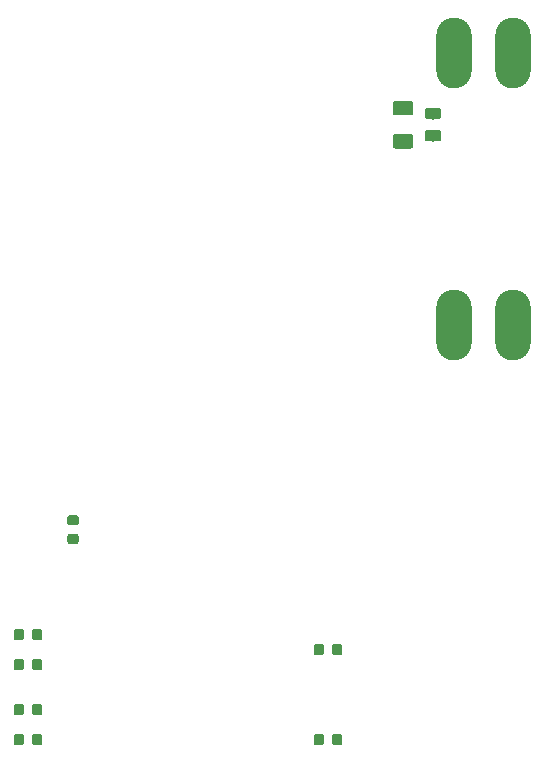
<source format=gbr>
G04 #@! TF.GenerationSoftware,KiCad,Pcbnew,(5.1.2)-1*
G04 #@! TF.CreationDate,2020-04-13T00:24:57+02:00*
G04 #@! TF.ProjectId,Plasma-PSU_PCB-B_Flyback-HV,506c6173-6d61-42d5-9053-555f5043422d,0.0.1*
G04 #@! TF.SameCoordinates,Original*
G04 #@! TF.FileFunction,Paste,Top*
G04 #@! TF.FilePolarity,Positive*
%FSLAX46Y46*%
G04 Gerber Fmt 4.6, Leading zero omitted, Abs format (unit mm)*
G04 Created by KiCad (PCBNEW (5.1.2)-1) date 2020-04-13 00:24:57*
%MOMM*%
%LPD*%
G04 APERTURE LIST*
%ADD10C,0.100000*%
%ADD11C,1.250000*%
%ADD12C,0.975000*%
%ADD13C,0.875000*%
%ADD14O,3.000000X6.000000*%
G04 APERTURE END LIST*
D10*
G36*
X90819504Y-80526204D02*
G01*
X90843773Y-80529804D01*
X90867571Y-80535765D01*
X90890671Y-80544030D01*
X90912849Y-80554520D01*
X90933893Y-80567133D01*
X90953598Y-80581747D01*
X90971777Y-80598223D01*
X90988253Y-80616402D01*
X91002867Y-80636107D01*
X91015480Y-80657151D01*
X91025970Y-80679329D01*
X91034235Y-80702429D01*
X91040196Y-80726227D01*
X91043796Y-80750496D01*
X91045000Y-80775000D01*
X91045000Y-81525000D01*
X91043796Y-81549504D01*
X91040196Y-81573773D01*
X91034235Y-81597571D01*
X91025970Y-81620671D01*
X91015480Y-81642849D01*
X91002867Y-81663893D01*
X90988253Y-81683598D01*
X90971777Y-81701777D01*
X90953598Y-81718253D01*
X90933893Y-81732867D01*
X90912849Y-81745480D01*
X90890671Y-81755970D01*
X90867571Y-81764235D01*
X90843773Y-81770196D01*
X90819504Y-81773796D01*
X90795000Y-81775000D01*
X89545000Y-81775000D01*
X89520496Y-81773796D01*
X89496227Y-81770196D01*
X89472429Y-81764235D01*
X89449329Y-81755970D01*
X89427151Y-81745480D01*
X89406107Y-81732867D01*
X89386402Y-81718253D01*
X89368223Y-81701777D01*
X89351747Y-81683598D01*
X89337133Y-81663893D01*
X89324520Y-81642849D01*
X89314030Y-81620671D01*
X89305765Y-81597571D01*
X89299804Y-81573773D01*
X89296204Y-81549504D01*
X89295000Y-81525000D01*
X89295000Y-80775000D01*
X89296204Y-80750496D01*
X89299804Y-80726227D01*
X89305765Y-80702429D01*
X89314030Y-80679329D01*
X89324520Y-80657151D01*
X89337133Y-80636107D01*
X89351747Y-80616402D01*
X89368223Y-80598223D01*
X89386402Y-80581747D01*
X89406107Y-80567133D01*
X89427151Y-80554520D01*
X89449329Y-80544030D01*
X89472429Y-80535765D01*
X89496227Y-80529804D01*
X89520496Y-80526204D01*
X89545000Y-80525000D01*
X90795000Y-80525000D01*
X90819504Y-80526204D01*
X90819504Y-80526204D01*
G37*
D11*
X90170000Y-81150000D03*
D10*
G36*
X90819504Y-83326204D02*
G01*
X90843773Y-83329804D01*
X90867571Y-83335765D01*
X90890671Y-83344030D01*
X90912849Y-83354520D01*
X90933893Y-83367133D01*
X90953598Y-83381747D01*
X90971777Y-83398223D01*
X90988253Y-83416402D01*
X91002867Y-83436107D01*
X91015480Y-83457151D01*
X91025970Y-83479329D01*
X91034235Y-83502429D01*
X91040196Y-83526227D01*
X91043796Y-83550496D01*
X91045000Y-83575000D01*
X91045000Y-84325000D01*
X91043796Y-84349504D01*
X91040196Y-84373773D01*
X91034235Y-84397571D01*
X91025970Y-84420671D01*
X91015480Y-84442849D01*
X91002867Y-84463893D01*
X90988253Y-84483598D01*
X90971777Y-84501777D01*
X90953598Y-84518253D01*
X90933893Y-84532867D01*
X90912849Y-84545480D01*
X90890671Y-84555970D01*
X90867571Y-84564235D01*
X90843773Y-84570196D01*
X90819504Y-84573796D01*
X90795000Y-84575000D01*
X89545000Y-84575000D01*
X89520496Y-84573796D01*
X89496227Y-84570196D01*
X89472429Y-84564235D01*
X89449329Y-84555970D01*
X89427151Y-84545480D01*
X89406107Y-84532867D01*
X89386402Y-84518253D01*
X89368223Y-84501777D01*
X89351747Y-84483598D01*
X89337133Y-84463893D01*
X89324520Y-84442849D01*
X89314030Y-84420671D01*
X89305765Y-84397571D01*
X89299804Y-84373773D01*
X89296204Y-84349504D01*
X89295000Y-84325000D01*
X89295000Y-83575000D01*
X89296204Y-83550496D01*
X89299804Y-83526227D01*
X89305765Y-83502429D01*
X89314030Y-83479329D01*
X89324520Y-83457151D01*
X89337133Y-83436107D01*
X89351747Y-83416402D01*
X89368223Y-83398223D01*
X89386402Y-83381747D01*
X89406107Y-83367133D01*
X89427151Y-83354520D01*
X89449329Y-83344030D01*
X89472429Y-83335765D01*
X89496227Y-83329804D01*
X89520496Y-83326204D01*
X89545000Y-83325000D01*
X90795000Y-83325000D01*
X90819504Y-83326204D01*
X90819504Y-83326204D01*
G37*
D11*
X90170000Y-83950000D03*
D10*
G36*
X93190142Y-81126174D02*
G01*
X93213803Y-81129684D01*
X93237007Y-81135496D01*
X93259529Y-81143554D01*
X93281153Y-81153782D01*
X93301670Y-81166079D01*
X93320883Y-81180329D01*
X93338607Y-81196393D01*
X93354671Y-81214117D01*
X93368921Y-81233330D01*
X93381218Y-81253847D01*
X93391446Y-81275471D01*
X93399504Y-81297993D01*
X93405316Y-81321197D01*
X93408826Y-81344858D01*
X93410000Y-81368750D01*
X93410000Y-81856250D01*
X93408826Y-81880142D01*
X93405316Y-81903803D01*
X93399504Y-81927007D01*
X93391446Y-81949529D01*
X93381218Y-81971153D01*
X93368921Y-81991670D01*
X93354671Y-82010883D01*
X93338607Y-82028607D01*
X93320883Y-82044671D01*
X93301670Y-82058921D01*
X93281153Y-82071218D01*
X93259529Y-82081446D01*
X93237007Y-82089504D01*
X93213803Y-82095316D01*
X93190142Y-82098826D01*
X93166250Y-82100000D01*
X92253750Y-82100000D01*
X92229858Y-82098826D01*
X92206197Y-82095316D01*
X92182993Y-82089504D01*
X92160471Y-82081446D01*
X92138847Y-82071218D01*
X92118330Y-82058921D01*
X92099117Y-82044671D01*
X92081393Y-82028607D01*
X92065329Y-82010883D01*
X92051079Y-81991670D01*
X92038782Y-81971153D01*
X92028554Y-81949529D01*
X92020496Y-81927007D01*
X92014684Y-81903803D01*
X92011174Y-81880142D01*
X92010000Y-81856250D01*
X92010000Y-81368750D01*
X92011174Y-81344858D01*
X92014684Y-81321197D01*
X92020496Y-81297993D01*
X92028554Y-81275471D01*
X92038782Y-81253847D01*
X92051079Y-81233330D01*
X92065329Y-81214117D01*
X92081393Y-81196393D01*
X92099117Y-81180329D01*
X92118330Y-81166079D01*
X92138847Y-81153782D01*
X92160471Y-81143554D01*
X92182993Y-81135496D01*
X92206197Y-81129684D01*
X92229858Y-81126174D01*
X92253750Y-81125000D01*
X93166250Y-81125000D01*
X93190142Y-81126174D01*
X93190142Y-81126174D01*
G37*
D12*
X92710000Y-81612500D03*
D10*
G36*
X93190142Y-83001174D02*
G01*
X93213803Y-83004684D01*
X93237007Y-83010496D01*
X93259529Y-83018554D01*
X93281153Y-83028782D01*
X93301670Y-83041079D01*
X93320883Y-83055329D01*
X93338607Y-83071393D01*
X93354671Y-83089117D01*
X93368921Y-83108330D01*
X93381218Y-83128847D01*
X93391446Y-83150471D01*
X93399504Y-83172993D01*
X93405316Y-83196197D01*
X93408826Y-83219858D01*
X93410000Y-83243750D01*
X93410000Y-83731250D01*
X93408826Y-83755142D01*
X93405316Y-83778803D01*
X93399504Y-83802007D01*
X93391446Y-83824529D01*
X93381218Y-83846153D01*
X93368921Y-83866670D01*
X93354671Y-83885883D01*
X93338607Y-83903607D01*
X93320883Y-83919671D01*
X93301670Y-83933921D01*
X93281153Y-83946218D01*
X93259529Y-83956446D01*
X93237007Y-83964504D01*
X93213803Y-83970316D01*
X93190142Y-83973826D01*
X93166250Y-83975000D01*
X92253750Y-83975000D01*
X92229858Y-83973826D01*
X92206197Y-83970316D01*
X92182993Y-83964504D01*
X92160471Y-83956446D01*
X92138847Y-83946218D01*
X92118330Y-83933921D01*
X92099117Y-83919671D01*
X92081393Y-83903607D01*
X92065329Y-83885883D01*
X92051079Y-83866670D01*
X92038782Y-83846153D01*
X92028554Y-83824529D01*
X92020496Y-83802007D01*
X92014684Y-83778803D01*
X92011174Y-83755142D01*
X92010000Y-83731250D01*
X92010000Y-83243750D01*
X92011174Y-83219858D01*
X92014684Y-83196197D01*
X92020496Y-83172993D01*
X92028554Y-83150471D01*
X92038782Y-83128847D01*
X92051079Y-83108330D01*
X92065329Y-83089117D01*
X92081393Y-83071393D01*
X92099117Y-83055329D01*
X92118330Y-83041079D01*
X92138847Y-83028782D01*
X92160471Y-83018554D01*
X92182993Y-83010496D01*
X92206197Y-83004684D01*
X92229858Y-83001174D01*
X92253750Y-83000000D01*
X93166250Y-83000000D01*
X93190142Y-83001174D01*
X93190142Y-83001174D01*
G37*
D12*
X92710000Y-83487500D03*
D10*
G36*
X59447691Y-127796053D02*
G01*
X59468926Y-127799203D01*
X59489750Y-127804419D01*
X59509962Y-127811651D01*
X59529368Y-127820830D01*
X59547781Y-127831866D01*
X59565024Y-127844654D01*
X59580930Y-127859070D01*
X59595346Y-127874976D01*
X59608134Y-127892219D01*
X59619170Y-127910632D01*
X59628349Y-127930038D01*
X59635581Y-127950250D01*
X59640797Y-127971074D01*
X59643947Y-127992309D01*
X59645000Y-128013750D01*
X59645000Y-128526250D01*
X59643947Y-128547691D01*
X59640797Y-128568926D01*
X59635581Y-128589750D01*
X59628349Y-128609962D01*
X59619170Y-128629368D01*
X59608134Y-128647781D01*
X59595346Y-128665024D01*
X59580930Y-128680930D01*
X59565024Y-128695346D01*
X59547781Y-128708134D01*
X59529368Y-128719170D01*
X59509962Y-128728349D01*
X59489750Y-128735581D01*
X59468926Y-128740797D01*
X59447691Y-128743947D01*
X59426250Y-128745000D01*
X58988750Y-128745000D01*
X58967309Y-128743947D01*
X58946074Y-128740797D01*
X58925250Y-128735581D01*
X58905038Y-128728349D01*
X58885632Y-128719170D01*
X58867219Y-128708134D01*
X58849976Y-128695346D01*
X58834070Y-128680930D01*
X58819654Y-128665024D01*
X58806866Y-128647781D01*
X58795830Y-128629368D01*
X58786651Y-128609962D01*
X58779419Y-128589750D01*
X58774203Y-128568926D01*
X58771053Y-128547691D01*
X58770000Y-128526250D01*
X58770000Y-128013750D01*
X58771053Y-127992309D01*
X58774203Y-127971074D01*
X58779419Y-127950250D01*
X58786651Y-127930038D01*
X58795830Y-127910632D01*
X58806866Y-127892219D01*
X58819654Y-127874976D01*
X58834070Y-127859070D01*
X58849976Y-127844654D01*
X58867219Y-127831866D01*
X58885632Y-127820830D01*
X58905038Y-127811651D01*
X58925250Y-127804419D01*
X58946074Y-127799203D01*
X58967309Y-127796053D01*
X58988750Y-127795000D01*
X59426250Y-127795000D01*
X59447691Y-127796053D01*
X59447691Y-127796053D01*
G37*
D13*
X59207500Y-128270000D03*
D10*
G36*
X57872691Y-127796053D02*
G01*
X57893926Y-127799203D01*
X57914750Y-127804419D01*
X57934962Y-127811651D01*
X57954368Y-127820830D01*
X57972781Y-127831866D01*
X57990024Y-127844654D01*
X58005930Y-127859070D01*
X58020346Y-127874976D01*
X58033134Y-127892219D01*
X58044170Y-127910632D01*
X58053349Y-127930038D01*
X58060581Y-127950250D01*
X58065797Y-127971074D01*
X58068947Y-127992309D01*
X58070000Y-128013750D01*
X58070000Y-128526250D01*
X58068947Y-128547691D01*
X58065797Y-128568926D01*
X58060581Y-128589750D01*
X58053349Y-128609962D01*
X58044170Y-128629368D01*
X58033134Y-128647781D01*
X58020346Y-128665024D01*
X58005930Y-128680930D01*
X57990024Y-128695346D01*
X57972781Y-128708134D01*
X57954368Y-128719170D01*
X57934962Y-128728349D01*
X57914750Y-128735581D01*
X57893926Y-128740797D01*
X57872691Y-128743947D01*
X57851250Y-128745000D01*
X57413750Y-128745000D01*
X57392309Y-128743947D01*
X57371074Y-128740797D01*
X57350250Y-128735581D01*
X57330038Y-128728349D01*
X57310632Y-128719170D01*
X57292219Y-128708134D01*
X57274976Y-128695346D01*
X57259070Y-128680930D01*
X57244654Y-128665024D01*
X57231866Y-128647781D01*
X57220830Y-128629368D01*
X57211651Y-128609962D01*
X57204419Y-128589750D01*
X57199203Y-128568926D01*
X57196053Y-128547691D01*
X57195000Y-128526250D01*
X57195000Y-128013750D01*
X57196053Y-127992309D01*
X57199203Y-127971074D01*
X57204419Y-127950250D01*
X57211651Y-127930038D01*
X57220830Y-127910632D01*
X57231866Y-127892219D01*
X57244654Y-127874976D01*
X57259070Y-127859070D01*
X57274976Y-127844654D01*
X57292219Y-127831866D01*
X57310632Y-127820830D01*
X57330038Y-127811651D01*
X57350250Y-127804419D01*
X57371074Y-127799203D01*
X57392309Y-127796053D01*
X57413750Y-127795000D01*
X57851250Y-127795000D01*
X57872691Y-127796053D01*
X57872691Y-127796053D01*
G37*
D13*
X57632500Y-128270000D03*
D10*
G36*
X57872691Y-131606053D02*
G01*
X57893926Y-131609203D01*
X57914750Y-131614419D01*
X57934962Y-131621651D01*
X57954368Y-131630830D01*
X57972781Y-131641866D01*
X57990024Y-131654654D01*
X58005930Y-131669070D01*
X58020346Y-131684976D01*
X58033134Y-131702219D01*
X58044170Y-131720632D01*
X58053349Y-131740038D01*
X58060581Y-131760250D01*
X58065797Y-131781074D01*
X58068947Y-131802309D01*
X58070000Y-131823750D01*
X58070000Y-132336250D01*
X58068947Y-132357691D01*
X58065797Y-132378926D01*
X58060581Y-132399750D01*
X58053349Y-132419962D01*
X58044170Y-132439368D01*
X58033134Y-132457781D01*
X58020346Y-132475024D01*
X58005930Y-132490930D01*
X57990024Y-132505346D01*
X57972781Y-132518134D01*
X57954368Y-132529170D01*
X57934962Y-132538349D01*
X57914750Y-132545581D01*
X57893926Y-132550797D01*
X57872691Y-132553947D01*
X57851250Y-132555000D01*
X57413750Y-132555000D01*
X57392309Y-132553947D01*
X57371074Y-132550797D01*
X57350250Y-132545581D01*
X57330038Y-132538349D01*
X57310632Y-132529170D01*
X57292219Y-132518134D01*
X57274976Y-132505346D01*
X57259070Y-132490930D01*
X57244654Y-132475024D01*
X57231866Y-132457781D01*
X57220830Y-132439368D01*
X57211651Y-132419962D01*
X57204419Y-132399750D01*
X57199203Y-132378926D01*
X57196053Y-132357691D01*
X57195000Y-132336250D01*
X57195000Y-131823750D01*
X57196053Y-131802309D01*
X57199203Y-131781074D01*
X57204419Y-131760250D01*
X57211651Y-131740038D01*
X57220830Y-131720632D01*
X57231866Y-131702219D01*
X57244654Y-131684976D01*
X57259070Y-131669070D01*
X57274976Y-131654654D01*
X57292219Y-131641866D01*
X57310632Y-131630830D01*
X57330038Y-131621651D01*
X57350250Y-131614419D01*
X57371074Y-131609203D01*
X57392309Y-131606053D01*
X57413750Y-131605000D01*
X57851250Y-131605000D01*
X57872691Y-131606053D01*
X57872691Y-131606053D01*
G37*
D13*
X57632500Y-132080000D03*
D10*
G36*
X59447691Y-131606053D02*
G01*
X59468926Y-131609203D01*
X59489750Y-131614419D01*
X59509962Y-131621651D01*
X59529368Y-131630830D01*
X59547781Y-131641866D01*
X59565024Y-131654654D01*
X59580930Y-131669070D01*
X59595346Y-131684976D01*
X59608134Y-131702219D01*
X59619170Y-131720632D01*
X59628349Y-131740038D01*
X59635581Y-131760250D01*
X59640797Y-131781074D01*
X59643947Y-131802309D01*
X59645000Y-131823750D01*
X59645000Y-132336250D01*
X59643947Y-132357691D01*
X59640797Y-132378926D01*
X59635581Y-132399750D01*
X59628349Y-132419962D01*
X59619170Y-132439368D01*
X59608134Y-132457781D01*
X59595346Y-132475024D01*
X59580930Y-132490930D01*
X59565024Y-132505346D01*
X59547781Y-132518134D01*
X59529368Y-132529170D01*
X59509962Y-132538349D01*
X59489750Y-132545581D01*
X59468926Y-132550797D01*
X59447691Y-132553947D01*
X59426250Y-132555000D01*
X58988750Y-132555000D01*
X58967309Y-132553947D01*
X58946074Y-132550797D01*
X58925250Y-132545581D01*
X58905038Y-132538349D01*
X58885632Y-132529170D01*
X58867219Y-132518134D01*
X58849976Y-132505346D01*
X58834070Y-132490930D01*
X58819654Y-132475024D01*
X58806866Y-132457781D01*
X58795830Y-132439368D01*
X58786651Y-132419962D01*
X58779419Y-132399750D01*
X58774203Y-132378926D01*
X58771053Y-132357691D01*
X58770000Y-132336250D01*
X58770000Y-131823750D01*
X58771053Y-131802309D01*
X58774203Y-131781074D01*
X58779419Y-131760250D01*
X58786651Y-131740038D01*
X58795830Y-131720632D01*
X58806866Y-131702219D01*
X58819654Y-131684976D01*
X58834070Y-131669070D01*
X58849976Y-131654654D01*
X58867219Y-131641866D01*
X58885632Y-131630830D01*
X58905038Y-131621651D01*
X58925250Y-131614419D01*
X58946074Y-131609203D01*
X58967309Y-131606053D01*
X58988750Y-131605000D01*
X59426250Y-131605000D01*
X59447691Y-131606053D01*
X59447691Y-131606053D01*
G37*
D13*
X59207500Y-132080000D03*
D14*
X94500000Y-76500000D03*
X99500000Y-76500000D03*
X94500000Y-99500000D03*
X99500000Y-99500000D03*
D10*
G36*
X59447691Y-125256053D02*
G01*
X59468926Y-125259203D01*
X59489750Y-125264419D01*
X59509962Y-125271651D01*
X59529368Y-125280830D01*
X59547781Y-125291866D01*
X59565024Y-125304654D01*
X59580930Y-125319070D01*
X59595346Y-125334976D01*
X59608134Y-125352219D01*
X59619170Y-125370632D01*
X59628349Y-125390038D01*
X59635581Y-125410250D01*
X59640797Y-125431074D01*
X59643947Y-125452309D01*
X59645000Y-125473750D01*
X59645000Y-125986250D01*
X59643947Y-126007691D01*
X59640797Y-126028926D01*
X59635581Y-126049750D01*
X59628349Y-126069962D01*
X59619170Y-126089368D01*
X59608134Y-126107781D01*
X59595346Y-126125024D01*
X59580930Y-126140930D01*
X59565024Y-126155346D01*
X59547781Y-126168134D01*
X59529368Y-126179170D01*
X59509962Y-126188349D01*
X59489750Y-126195581D01*
X59468926Y-126200797D01*
X59447691Y-126203947D01*
X59426250Y-126205000D01*
X58988750Y-126205000D01*
X58967309Y-126203947D01*
X58946074Y-126200797D01*
X58925250Y-126195581D01*
X58905038Y-126188349D01*
X58885632Y-126179170D01*
X58867219Y-126168134D01*
X58849976Y-126155346D01*
X58834070Y-126140930D01*
X58819654Y-126125024D01*
X58806866Y-126107781D01*
X58795830Y-126089368D01*
X58786651Y-126069962D01*
X58779419Y-126049750D01*
X58774203Y-126028926D01*
X58771053Y-126007691D01*
X58770000Y-125986250D01*
X58770000Y-125473750D01*
X58771053Y-125452309D01*
X58774203Y-125431074D01*
X58779419Y-125410250D01*
X58786651Y-125390038D01*
X58795830Y-125370632D01*
X58806866Y-125352219D01*
X58819654Y-125334976D01*
X58834070Y-125319070D01*
X58849976Y-125304654D01*
X58867219Y-125291866D01*
X58885632Y-125280830D01*
X58905038Y-125271651D01*
X58925250Y-125264419D01*
X58946074Y-125259203D01*
X58967309Y-125256053D01*
X58988750Y-125255000D01*
X59426250Y-125255000D01*
X59447691Y-125256053D01*
X59447691Y-125256053D01*
G37*
D13*
X59207500Y-125730000D03*
D10*
G36*
X57872691Y-125256053D02*
G01*
X57893926Y-125259203D01*
X57914750Y-125264419D01*
X57934962Y-125271651D01*
X57954368Y-125280830D01*
X57972781Y-125291866D01*
X57990024Y-125304654D01*
X58005930Y-125319070D01*
X58020346Y-125334976D01*
X58033134Y-125352219D01*
X58044170Y-125370632D01*
X58053349Y-125390038D01*
X58060581Y-125410250D01*
X58065797Y-125431074D01*
X58068947Y-125452309D01*
X58070000Y-125473750D01*
X58070000Y-125986250D01*
X58068947Y-126007691D01*
X58065797Y-126028926D01*
X58060581Y-126049750D01*
X58053349Y-126069962D01*
X58044170Y-126089368D01*
X58033134Y-126107781D01*
X58020346Y-126125024D01*
X58005930Y-126140930D01*
X57990024Y-126155346D01*
X57972781Y-126168134D01*
X57954368Y-126179170D01*
X57934962Y-126188349D01*
X57914750Y-126195581D01*
X57893926Y-126200797D01*
X57872691Y-126203947D01*
X57851250Y-126205000D01*
X57413750Y-126205000D01*
X57392309Y-126203947D01*
X57371074Y-126200797D01*
X57350250Y-126195581D01*
X57330038Y-126188349D01*
X57310632Y-126179170D01*
X57292219Y-126168134D01*
X57274976Y-126155346D01*
X57259070Y-126140930D01*
X57244654Y-126125024D01*
X57231866Y-126107781D01*
X57220830Y-126089368D01*
X57211651Y-126069962D01*
X57204419Y-126049750D01*
X57199203Y-126028926D01*
X57196053Y-126007691D01*
X57195000Y-125986250D01*
X57195000Y-125473750D01*
X57196053Y-125452309D01*
X57199203Y-125431074D01*
X57204419Y-125410250D01*
X57211651Y-125390038D01*
X57220830Y-125370632D01*
X57231866Y-125352219D01*
X57244654Y-125334976D01*
X57259070Y-125319070D01*
X57274976Y-125304654D01*
X57292219Y-125291866D01*
X57310632Y-125280830D01*
X57330038Y-125271651D01*
X57350250Y-125264419D01*
X57371074Y-125259203D01*
X57392309Y-125256053D01*
X57413750Y-125255000D01*
X57851250Y-125255000D01*
X57872691Y-125256053D01*
X57872691Y-125256053D01*
G37*
D13*
X57632500Y-125730000D03*
D10*
G36*
X84847691Y-126526053D02*
G01*
X84868926Y-126529203D01*
X84889750Y-126534419D01*
X84909962Y-126541651D01*
X84929368Y-126550830D01*
X84947781Y-126561866D01*
X84965024Y-126574654D01*
X84980930Y-126589070D01*
X84995346Y-126604976D01*
X85008134Y-126622219D01*
X85019170Y-126640632D01*
X85028349Y-126660038D01*
X85035581Y-126680250D01*
X85040797Y-126701074D01*
X85043947Y-126722309D01*
X85045000Y-126743750D01*
X85045000Y-127256250D01*
X85043947Y-127277691D01*
X85040797Y-127298926D01*
X85035581Y-127319750D01*
X85028349Y-127339962D01*
X85019170Y-127359368D01*
X85008134Y-127377781D01*
X84995346Y-127395024D01*
X84980930Y-127410930D01*
X84965024Y-127425346D01*
X84947781Y-127438134D01*
X84929368Y-127449170D01*
X84909962Y-127458349D01*
X84889750Y-127465581D01*
X84868926Y-127470797D01*
X84847691Y-127473947D01*
X84826250Y-127475000D01*
X84388750Y-127475000D01*
X84367309Y-127473947D01*
X84346074Y-127470797D01*
X84325250Y-127465581D01*
X84305038Y-127458349D01*
X84285632Y-127449170D01*
X84267219Y-127438134D01*
X84249976Y-127425346D01*
X84234070Y-127410930D01*
X84219654Y-127395024D01*
X84206866Y-127377781D01*
X84195830Y-127359368D01*
X84186651Y-127339962D01*
X84179419Y-127319750D01*
X84174203Y-127298926D01*
X84171053Y-127277691D01*
X84170000Y-127256250D01*
X84170000Y-126743750D01*
X84171053Y-126722309D01*
X84174203Y-126701074D01*
X84179419Y-126680250D01*
X84186651Y-126660038D01*
X84195830Y-126640632D01*
X84206866Y-126622219D01*
X84219654Y-126604976D01*
X84234070Y-126589070D01*
X84249976Y-126574654D01*
X84267219Y-126561866D01*
X84285632Y-126550830D01*
X84305038Y-126541651D01*
X84325250Y-126534419D01*
X84346074Y-126529203D01*
X84367309Y-126526053D01*
X84388750Y-126525000D01*
X84826250Y-126525000D01*
X84847691Y-126526053D01*
X84847691Y-126526053D01*
G37*
D13*
X84607500Y-127000000D03*
D10*
G36*
X83272691Y-126526053D02*
G01*
X83293926Y-126529203D01*
X83314750Y-126534419D01*
X83334962Y-126541651D01*
X83354368Y-126550830D01*
X83372781Y-126561866D01*
X83390024Y-126574654D01*
X83405930Y-126589070D01*
X83420346Y-126604976D01*
X83433134Y-126622219D01*
X83444170Y-126640632D01*
X83453349Y-126660038D01*
X83460581Y-126680250D01*
X83465797Y-126701074D01*
X83468947Y-126722309D01*
X83470000Y-126743750D01*
X83470000Y-127256250D01*
X83468947Y-127277691D01*
X83465797Y-127298926D01*
X83460581Y-127319750D01*
X83453349Y-127339962D01*
X83444170Y-127359368D01*
X83433134Y-127377781D01*
X83420346Y-127395024D01*
X83405930Y-127410930D01*
X83390024Y-127425346D01*
X83372781Y-127438134D01*
X83354368Y-127449170D01*
X83334962Y-127458349D01*
X83314750Y-127465581D01*
X83293926Y-127470797D01*
X83272691Y-127473947D01*
X83251250Y-127475000D01*
X82813750Y-127475000D01*
X82792309Y-127473947D01*
X82771074Y-127470797D01*
X82750250Y-127465581D01*
X82730038Y-127458349D01*
X82710632Y-127449170D01*
X82692219Y-127438134D01*
X82674976Y-127425346D01*
X82659070Y-127410930D01*
X82644654Y-127395024D01*
X82631866Y-127377781D01*
X82620830Y-127359368D01*
X82611651Y-127339962D01*
X82604419Y-127319750D01*
X82599203Y-127298926D01*
X82596053Y-127277691D01*
X82595000Y-127256250D01*
X82595000Y-126743750D01*
X82596053Y-126722309D01*
X82599203Y-126701074D01*
X82604419Y-126680250D01*
X82611651Y-126660038D01*
X82620830Y-126640632D01*
X82631866Y-126622219D01*
X82644654Y-126604976D01*
X82659070Y-126589070D01*
X82674976Y-126574654D01*
X82692219Y-126561866D01*
X82710632Y-126550830D01*
X82730038Y-126541651D01*
X82750250Y-126534419D01*
X82771074Y-126529203D01*
X82792309Y-126526053D01*
X82813750Y-126525000D01*
X83251250Y-126525000D01*
X83272691Y-126526053D01*
X83272691Y-126526053D01*
G37*
D13*
X83032500Y-127000000D03*
D10*
G36*
X57872691Y-134146053D02*
G01*
X57893926Y-134149203D01*
X57914750Y-134154419D01*
X57934962Y-134161651D01*
X57954368Y-134170830D01*
X57972781Y-134181866D01*
X57990024Y-134194654D01*
X58005930Y-134209070D01*
X58020346Y-134224976D01*
X58033134Y-134242219D01*
X58044170Y-134260632D01*
X58053349Y-134280038D01*
X58060581Y-134300250D01*
X58065797Y-134321074D01*
X58068947Y-134342309D01*
X58070000Y-134363750D01*
X58070000Y-134876250D01*
X58068947Y-134897691D01*
X58065797Y-134918926D01*
X58060581Y-134939750D01*
X58053349Y-134959962D01*
X58044170Y-134979368D01*
X58033134Y-134997781D01*
X58020346Y-135015024D01*
X58005930Y-135030930D01*
X57990024Y-135045346D01*
X57972781Y-135058134D01*
X57954368Y-135069170D01*
X57934962Y-135078349D01*
X57914750Y-135085581D01*
X57893926Y-135090797D01*
X57872691Y-135093947D01*
X57851250Y-135095000D01*
X57413750Y-135095000D01*
X57392309Y-135093947D01*
X57371074Y-135090797D01*
X57350250Y-135085581D01*
X57330038Y-135078349D01*
X57310632Y-135069170D01*
X57292219Y-135058134D01*
X57274976Y-135045346D01*
X57259070Y-135030930D01*
X57244654Y-135015024D01*
X57231866Y-134997781D01*
X57220830Y-134979368D01*
X57211651Y-134959962D01*
X57204419Y-134939750D01*
X57199203Y-134918926D01*
X57196053Y-134897691D01*
X57195000Y-134876250D01*
X57195000Y-134363750D01*
X57196053Y-134342309D01*
X57199203Y-134321074D01*
X57204419Y-134300250D01*
X57211651Y-134280038D01*
X57220830Y-134260632D01*
X57231866Y-134242219D01*
X57244654Y-134224976D01*
X57259070Y-134209070D01*
X57274976Y-134194654D01*
X57292219Y-134181866D01*
X57310632Y-134170830D01*
X57330038Y-134161651D01*
X57350250Y-134154419D01*
X57371074Y-134149203D01*
X57392309Y-134146053D01*
X57413750Y-134145000D01*
X57851250Y-134145000D01*
X57872691Y-134146053D01*
X57872691Y-134146053D01*
G37*
D13*
X57632500Y-134620000D03*
D10*
G36*
X59447691Y-134146053D02*
G01*
X59468926Y-134149203D01*
X59489750Y-134154419D01*
X59509962Y-134161651D01*
X59529368Y-134170830D01*
X59547781Y-134181866D01*
X59565024Y-134194654D01*
X59580930Y-134209070D01*
X59595346Y-134224976D01*
X59608134Y-134242219D01*
X59619170Y-134260632D01*
X59628349Y-134280038D01*
X59635581Y-134300250D01*
X59640797Y-134321074D01*
X59643947Y-134342309D01*
X59645000Y-134363750D01*
X59645000Y-134876250D01*
X59643947Y-134897691D01*
X59640797Y-134918926D01*
X59635581Y-134939750D01*
X59628349Y-134959962D01*
X59619170Y-134979368D01*
X59608134Y-134997781D01*
X59595346Y-135015024D01*
X59580930Y-135030930D01*
X59565024Y-135045346D01*
X59547781Y-135058134D01*
X59529368Y-135069170D01*
X59509962Y-135078349D01*
X59489750Y-135085581D01*
X59468926Y-135090797D01*
X59447691Y-135093947D01*
X59426250Y-135095000D01*
X58988750Y-135095000D01*
X58967309Y-135093947D01*
X58946074Y-135090797D01*
X58925250Y-135085581D01*
X58905038Y-135078349D01*
X58885632Y-135069170D01*
X58867219Y-135058134D01*
X58849976Y-135045346D01*
X58834070Y-135030930D01*
X58819654Y-135015024D01*
X58806866Y-134997781D01*
X58795830Y-134979368D01*
X58786651Y-134959962D01*
X58779419Y-134939750D01*
X58774203Y-134918926D01*
X58771053Y-134897691D01*
X58770000Y-134876250D01*
X58770000Y-134363750D01*
X58771053Y-134342309D01*
X58774203Y-134321074D01*
X58779419Y-134300250D01*
X58786651Y-134280038D01*
X58795830Y-134260632D01*
X58806866Y-134242219D01*
X58819654Y-134224976D01*
X58834070Y-134209070D01*
X58849976Y-134194654D01*
X58867219Y-134181866D01*
X58885632Y-134170830D01*
X58905038Y-134161651D01*
X58925250Y-134154419D01*
X58946074Y-134149203D01*
X58967309Y-134146053D01*
X58988750Y-134145000D01*
X59426250Y-134145000D01*
X59447691Y-134146053D01*
X59447691Y-134146053D01*
G37*
D13*
X59207500Y-134620000D03*
D10*
G36*
X83272691Y-134146053D02*
G01*
X83293926Y-134149203D01*
X83314750Y-134154419D01*
X83334962Y-134161651D01*
X83354368Y-134170830D01*
X83372781Y-134181866D01*
X83390024Y-134194654D01*
X83405930Y-134209070D01*
X83420346Y-134224976D01*
X83433134Y-134242219D01*
X83444170Y-134260632D01*
X83453349Y-134280038D01*
X83460581Y-134300250D01*
X83465797Y-134321074D01*
X83468947Y-134342309D01*
X83470000Y-134363750D01*
X83470000Y-134876250D01*
X83468947Y-134897691D01*
X83465797Y-134918926D01*
X83460581Y-134939750D01*
X83453349Y-134959962D01*
X83444170Y-134979368D01*
X83433134Y-134997781D01*
X83420346Y-135015024D01*
X83405930Y-135030930D01*
X83390024Y-135045346D01*
X83372781Y-135058134D01*
X83354368Y-135069170D01*
X83334962Y-135078349D01*
X83314750Y-135085581D01*
X83293926Y-135090797D01*
X83272691Y-135093947D01*
X83251250Y-135095000D01*
X82813750Y-135095000D01*
X82792309Y-135093947D01*
X82771074Y-135090797D01*
X82750250Y-135085581D01*
X82730038Y-135078349D01*
X82710632Y-135069170D01*
X82692219Y-135058134D01*
X82674976Y-135045346D01*
X82659070Y-135030930D01*
X82644654Y-135015024D01*
X82631866Y-134997781D01*
X82620830Y-134979368D01*
X82611651Y-134959962D01*
X82604419Y-134939750D01*
X82599203Y-134918926D01*
X82596053Y-134897691D01*
X82595000Y-134876250D01*
X82595000Y-134363750D01*
X82596053Y-134342309D01*
X82599203Y-134321074D01*
X82604419Y-134300250D01*
X82611651Y-134280038D01*
X82620830Y-134260632D01*
X82631866Y-134242219D01*
X82644654Y-134224976D01*
X82659070Y-134209070D01*
X82674976Y-134194654D01*
X82692219Y-134181866D01*
X82710632Y-134170830D01*
X82730038Y-134161651D01*
X82750250Y-134154419D01*
X82771074Y-134149203D01*
X82792309Y-134146053D01*
X82813750Y-134145000D01*
X83251250Y-134145000D01*
X83272691Y-134146053D01*
X83272691Y-134146053D01*
G37*
D13*
X83032500Y-134620000D03*
D10*
G36*
X84847691Y-134146053D02*
G01*
X84868926Y-134149203D01*
X84889750Y-134154419D01*
X84909962Y-134161651D01*
X84929368Y-134170830D01*
X84947781Y-134181866D01*
X84965024Y-134194654D01*
X84980930Y-134209070D01*
X84995346Y-134224976D01*
X85008134Y-134242219D01*
X85019170Y-134260632D01*
X85028349Y-134280038D01*
X85035581Y-134300250D01*
X85040797Y-134321074D01*
X85043947Y-134342309D01*
X85045000Y-134363750D01*
X85045000Y-134876250D01*
X85043947Y-134897691D01*
X85040797Y-134918926D01*
X85035581Y-134939750D01*
X85028349Y-134959962D01*
X85019170Y-134979368D01*
X85008134Y-134997781D01*
X84995346Y-135015024D01*
X84980930Y-135030930D01*
X84965024Y-135045346D01*
X84947781Y-135058134D01*
X84929368Y-135069170D01*
X84909962Y-135078349D01*
X84889750Y-135085581D01*
X84868926Y-135090797D01*
X84847691Y-135093947D01*
X84826250Y-135095000D01*
X84388750Y-135095000D01*
X84367309Y-135093947D01*
X84346074Y-135090797D01*
X84325250Y-135085581D01*
X84305038Y-135078349D01*
X84285632Y-135069170D01*
X84267219Y-135058134D01*
X84249976Y-135045346D01*
X84234070Y-135030930D01*
X84219654Y-135015024D01*
X84206866Y-134997781D01*
X84195830Y-134979368D01*
X84186651Y-134959962D01*
X84179419Y-134939750D01*
X84174203Y-134918926D01*
X84171053Y-134897691D01*
X84170000Y-134876250D01*
X84170000Y-134363750D01*
X84171053Y-134342309D01*
X84174203Y-134321074D01*
X84179419Y-134300250D01*
X84186651Y-134280038D01*
X84195830Y-134260632D01*
X84206866Y-134242219D01*
X84219654Y-134224976D01*
X84234070Y-134209070D01*
X84249976Y-134194654D01*
X84267219Y-134181866D01*
X84285632Y-134170830D01*
X84305038Y-134161651D01*
X84325250Y-134154419D01*
X84346074Y-134149203D01*
X84367309Y-134146053D01*
X84388750Y-134145000D01*
X84826250Y-134145000D01*
X84847691Y-134146053D01*
X84847691Y-134146053D01*
G37*
D13*
X84607500Y-134620000D03*
D10*
G36*
X62507691Y-117191053D02*
G01*
X62528926Y-117194203D01*
X62549750Y-117199419D01*
X62569962Y-117206651D01*
X62589368Y-117215830D01*
X62607781Y-117226866D01*
X62625024Y-117239654D01*
X62640930Y-117254070D01*
X62655346Y-117269976D01*
X62668134Y-117287219D01*
X62679170Y-117305632D01*
X62688349Y-117325038D01*
X62695581Y-117345250D01*
X62700797Y-117366074D01*
X62703947Y-117387309D01*
X62705000Y-117408750D01*
X62705000Y-117846250D01*
X62703947Y-117867691D01*
X62700797Y-117888926D01*
X62695581Y-117909750D01*
X62688349Y-117929962D01*
X62679170Y-117949368D01*
X62668134Y-117967781D01*
X62655346Y-117985024D01*
X62640930Y-118000930D01*
X62625024Y-118015346D01*
X62607781Y-118028134D01*
X62589368Y-118039170D01*
X62569962Y-118048349D01*
X62549750Y-118055581D01*
X62528926Y-118060797D01*
X62507691Y-118063947D01*
X62486250Y-118065000D01*
X61973750Y-118065000D01*
X61952309Y-118063947D01*
X61931074Y-118060797D01*
X61910250Y-118055581D01*
X61890038Y-118048349D01*
X61870632Y-118039170D01*
X61852219Y-118028134D01*
X61834976Y-118015346D01*
X61819070Y-118000930D01*
X61804654Y-117985024D01*
X61791866Y-117967781D01*
X61780830Y-117949368D01*
X61771651Y-117929962D01*
X61764419Y-117909750D01*
X61759203Y-117888926D01*
X61756053Y-117867691D01*
X61755000Y-117846250D01*
X61755000Y-117408750D01*
X61756053Y-117387309D01*
X61759203Y-117366074D01*
X61764419Y-117345250D01*
X61771651Y-117325038D01*
X61780830Y-117305632D01*
X61791866Y-117287219D01*
X61804654Y-117269976D01*
X61819070Y-117254070D01*
X61834976Y-117239654D01*
X61852219Y-117226866D01*
X61870632Y-117215830D01*
X61890038Y-117206651D01*
X61910250Y-117199419D01*
X61931074Y-117194203D01*
X61952309Y-117191053D01*
X61973750Y-117190000D01*
X62486250Y-117190000D01*
X62507691Y-117191053D01*
X62507691Y-117191053D01*
G37*
D13*
X62230000Y-117627500D03*
D10*
G36*
X62507691Y-115616053D02*
G01*
X62528926Y-115619203D01*
X62549750Y-115624419D01*
X62569962Y-115631651D01*
X62589368Y-115640830D01*
X62607781Y-115651866D01*
X62625024Y-115664654D01*
X62640930Y-115679070D01*
X62655346Y-115694976D01*
X62668134Y-115712219D01*
X62679170Y-115730632D01*
X62688349Y-115750038D01*
X62695581Y-115770250D01*
X62700797Y-115791074D01*
X62703947Y-115812309D01*
X62705000Y-115833750D01*
X62705000Y-116271250D01*
X62703947Y-116292691D01*
X62700797Y-116313926D01*
X62695581Y-116334750D01*
X62688349Y-116354962D01*
X62679170Y-116374368D01*
X62668134Y-116392781D01*
X62655346Y-116410024D01*
X62640930Y-116425930D01*
X62625024Y-116440346D01*
X62607781Y-116453134D01*
X62589368Y-116464170D01*
X62569962Y-116473349D01*
X62549750Y-116480581D01*
X62528926Y-116485797D01*
X62507691Y-116488947D01*
X62486250Y-116490000D01*
X61973750Y-116490000D01*
X61952309Y-116488947D01*
X61931074Y-116485797D01*
X61910250Y-116480581D01*
X61890038Y-116473349D01*
X61870632Y-116464170D01*
X61852219Y-116453134D01*
X61834976Y-116440346D01*
X61819070Y-116425930D01*
X61804654Y-116410024D01*
X61791866Y-116392781D01*
X61780830Y-116374368D01*
X61771651Y-116354962D01*
X61764419Y-116334750D01*
X61759203Y-116313926D01*
X61756053Y-116292691D01*
X61755000Y-116271250D01*
X61755000Y-115833750D01*
X61756053Y-115812309D01*
X61759203Y-115791074D01*
X61764419Y-115770250D01*
X61771651Y-115750038D01*
X61780830Y-115730632D01*
X61791866Y-115712219D01*
X61804654Y-115694976D01*
X61819070Y-115679070D01*
X61834976Y-115664654D01*
X61852219Y-115651866D01*
X61870632Y-115640830D01*
X61890038Y-115631651D01*
X61910250Y-115624419D01*
X61931074Y-115619203D01*
X61952309Y-115616053D01*
X61973750Y-115615000D01*
X62486250Y-115615000D01*
X62507691Y-115616053D01*
X62507691Y-115616053D01*
G37*
D13*
X62230000Y-116052500D03*
M02*

</source>
